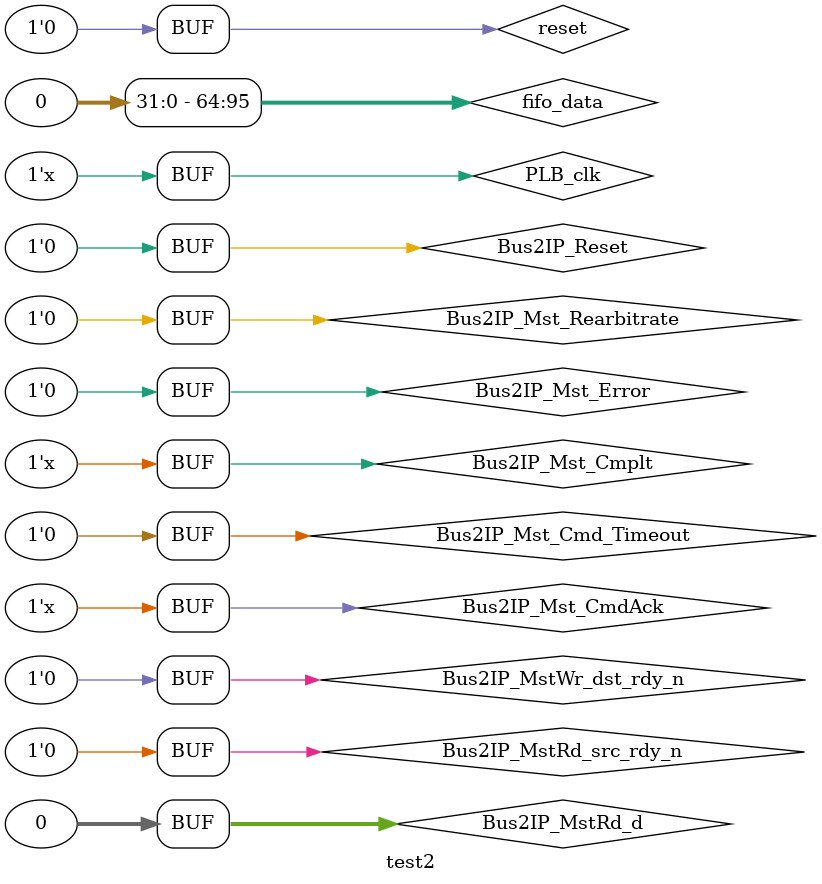
<source format=v>
`timescale 1ns / 1ps


module test2;

	// Inputs
	reg reset;
	reg [0:95] fifo_data;
	reg fifo_empty;
	reg PLB_clk;
	reg Bus2IP_Reset;
	reg Bus2IP_Mst_CmdAck;
	reg Bus2IP_Mst_Cmplt;
	reg Bus2IP_Mst_Error;
	reg Bus2IP_Mst_Rearbitrate;
	reg Bus2IP_Mst_Cmd_Timeout;
	reg [0:31] Bus2IP_MstRd_d;
	reg Bus2IP_MstRd_src_rdy_n;
	reg Bus2IP_MstWr_dst_rdy_n;

	// Outputs
	wire fifo_rd_en;
	wire IP2Bus_MstRd_Req;
	wire IP2Bus_MstWr_Req;
	wire [0:31] IP2Bus_Mst_Addr;
	wire [0:3] IP2Bus_Mst_BE;
	wire IP2Bus_Mst_Lock;
	wire IP2Bus_Mst_Reset;
	wire [0:31] IP2Bus_MstWr_d;

	// Instantiate the Unit Under Test (UUT)
	fbwriter uut (
		.reset(reset), 
		.fifo_data(fifo_data), 
		.fifo_empty(fifo_empty), 
		.fifo_rd_en(fifo_rd_en), 
		.PLB_clk(PLB_clk), 
		.Bus2IP_Reset(Bus2IP_Reset), 
		.IP2Bus_MstRd_Req(IP2Bus_MstRd_Req), 
		.IP2Bus_MstWr_Req(IP2Bus_MstWr_Req), 
		.IP2Bus_Mst_Addr(IP2Bus_Mst_Addr), 
		.IP2Bus_Mst_BE(IP2Bus_Mst_BE), 
		.IP2Bus_Mst_Lock(IP2Bus_Mst_Lock), 
		.IP2Bus_Mst_Reset(IP2Bus_Mst_Reset), 
		.Bus2IP_Mst_CmdAck(Bus2IP_Mst_CmdAck), 
		.Bus2IP_Mst_Cmplt(Bus2IP_Mst_Cmplt), 
		.Bus2IP_Mst_Error(Bus2IP_Mst_Error), 
		.Bus2IP_Mst_Rearbitrate(Bus2IP_Mst_Rearbitrate), 
		.Bus2IP_Mst_Cmd_Timeout(Bus2IP_Mst_Cmd_Timeout), 
		.Bus2IP_MstRd_d(Bus2IP_MstRd_d), 
		.Bus2IP_MstRd_src_rdy_n(Bus2IP_MstRd_src_rdy_n), 
		.IP2Bus_MstWr_d(IP2Bus_MstWr_d), 
		.Bus2IP_MstWr_dst_rdy_n(Bus2IP_MstWr_dst_rdy_n)
	);

	initial begin
		// Initialize Inputs
		reset = 1;
		fifo_data = 0;
		fifo_empty = 0;
		PLB_clk = 0;
		Bus2IP_Reset = 0;
		Bus2IP_Mst_CmdAck = 0;
		Bus2IP_Mst_Cmplt = 0;
		Bus2IP_Mst_Error = 0;
		Bus2IP_Mst_Rearbitrate = 0;
		Bus2IP_Mst_Cmd_Timeout = 0;
		Bus2IP_MstRd_d = 0;
		Bus2IP_MstRd_src_rdy_n = 0;
		Bus2IP_MstWr_dst_rdy_n = 0;

		// Wait 100 ns for global reset to finish
		#100;
        
		// Add stimulus here
		reset = 0;

	end
  	
	always #20
	  begin
	    PLB_clk = ~PLB_clk;
	  end
	
  always @ (posedge PLB_clk)
    if ( fifo_rd_en )
	   fifo_data[0:63] = fifo_data[0:63] + 1;
    
  always @ (posedge PLB_clk)
    if ( fifo_rd_en && fifo_empty == 0 )
      fifo_empty <= 1;
    else if ( Bus2IP_Mst_Cmplt )
      fifo_empty <= 0;
    else
      fifo_empty <= fifo_empty; 
		
  always #900
    begin
      Bus2IP_Mst_CmdAck = ~Bus2IP_Mst_CmdAck;
	   Bus2IP_Mst_Cmplt  = ~Bus2IP_Mst_Cmplt;
      #100
      Bus2IP_Mst_CmdAck = ~Bus2IP_Mst_CmdAck;
	  Bus2IP_Mst_Cmplt  = ~Bus2IP_Mst_Cmplt;
    end
	 
endmodule


</source>
